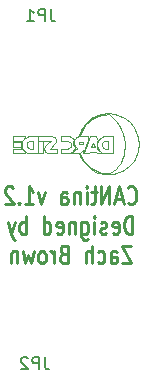
<source format=gbr>
G04 #@! TF.GenerationSoftware,KiCad,Pcbnew,(5.1.2-1)-1*
G04 #@! TF.CreationDate,2019-10-04T07:05:19-04:00*
G04 #@! TF.ProjectId,CANtina,43414e74-696e-4612-9e6b-696361645f70,rev?*
G04 #@! TF.SameCoordinates,Original*
G04 #@! TF.FileFunction,Legend,Bot*
G04 #@! TF.FilePolarity,Positive*
%FSLAX46Y46*%
G04 Gerber Fmt 4.6, Leading zero omitted, Abs format (unit mm)*
G04 Created by KiCad (PCBNEW (5.1.2-1)-1) date 2019-10-04 07:05:19*
%MOMM*%
%LPD*%
G04 APERTURE LIST*
%ADD10C,0.099999*%
%ADD11C,0.250000*%
%ADD12C,0.150000*%
G04 APERTURE END LIST*
D10*
X150074940Y-97978740D02*
X150074940Y-97978740D01*
X150075370Y-97979240D02*
X150074940Y-97978740D01*
X150099030Y-97979010D02*
X150075370Y-97979240D01*
X150169990Y-97992740D02*
X150099030Y-97979010D01*
X150254680Y-98032500D02*
X150169990Y-97992740D01*
X150324290Y-98095060D02*
X150254680Y-98032500D01*
X150364540Y-98155070D02*
X150324290Y-98095060D01*
X150373550Y-98176930D02*
X150364540Y-98155070D01*
X150382610Y-98198740D02*
X150373550Y-98176930D01*
X150396500Y-98269650D02*
X150382610Y-98198740D01*
X150391400Y-98363070D02*
X150396500Y-98269650D01*
X150359550Y-98451070D02*
X150391400Y-98363070D01*
X150319030Y-98510920D02*
X150359550Y-98451070D01*
X150302150Y-98527460D02*
X150319030Y-98510920D01*
X150297710Y-98531960D02*
X150302150Y-98527460D01*
X150248220Y-98571570D02*
X150297710Y-98531960D01*
X150242850Y-98574990D02*
X150248220Y-98571570D01*
X150233080Y-98582250D02*
X150242850Y-98574990D01*
X150178780Y-98608290D02*
X150233080Y-98582250D01*
X150119640Y-98619640D02*
X150178780Y-98608290D01*
X150107430Y-98619640D02*
X150119640Y-98619640D01*
X150104780Y-98619860D02*
X150107430Y-98619640D01*
X150083070Y-98621100D02*
X150104780Y-98619860D01*
X150074940Y-98621100D02*
X150083070Y-98621100D01*
X149525350Y-98621100D02*
X150074940Y-98621100D01*
X149525350Y-99020790D02*
X149525350Y-98621100D01*
X150075150Y-99020790D02*
X149525350Y-99020790D01*
X150082640Y-99020790D02*
X150075150Y-99020790D01*
X150105000Y-99020250D02*
X150082640Y-99020790D01*
X150107650Y-99020190D02*
X150105000Y-99020250D01*
X150136190Y-99020350D02*
X150107650Y-99020190D01*
X150221920Y-99010640D02*
X150136190Y-99020350D01*
X150331670Y-98981010D02*
X150221920Y-99010640D01*
X150434420Y-98932360D02*
X150331670Y-98981010D01*
X150505980Y-98884180D02*
X150434420Y-98932360D01*
X150527570Y-98865570D02*
X150505980Y-98884180D01*
X150532350Y-98861500D02*
X150527570Y-98865570D01*
X150578080Y-98818750D02*
X150532350Y-98861500D01*
X150582430Y-98814250D02*
X150578080Y-98818750D01*
X150599350Y-98796781D02*
X150582430Y-98814250D01*
X150673790Y-98701350D02*
X150599350Y-98796781D01*
X150734010Y-98596360D02*
X150673790Y-98701350D01*
X150743780Y-98574130D02*
X150734010Y-98596360D01*
X150744920Y-98571350D02*
X150743780Y-98574130D01*
X150755500Y-98543570D02*
X150744920Y-98571350D01*
X150756420Y-98540810D02*
X150755500Y-98543570D01*
X150748500Y-98532830D02*
X150756420Y-98540810D01*
X150677420Y-98445970D02*
X150748500Y-98532830D01*
X150671180Y-98436640D02*
X150677420Y-98445970D01*
X150650180Y-98404530D02*
X150671180Y-98436640D01*
X150604070Y-98296950D02*
X150650180Y-98404530D01*
X150575860Y-98147080D02*
X150604070Y-98296950D01*
X150587040Y-97995070D02*
X150575860Y-98147080D01*
X150620720Y-97882990D02*
X150587040Y-97995070D01*
X150637980Y-97848700D02*
X150620720Y-97882990D01*
X150633800Y-97843540D02*
X150637980Y-97848700D01*
X150589470Y-97794610D02*
X150633800Y-97843540D01*
X150584760Y-97789950D02*
X150589470Y-97794610D01*
X150559470Y-97764600D02*
X150584760Y-97789950D01*
X150474250Y-97698030D02*
X150559470Y-97764600D01*
X150352390Y-97632220D02*
X150474250Y-97698030D01*
X150219300Y-97592630D02*
X150352390Y-97632220D01*
X150111070Y-97579430D02*
X150219300Y-97592630D01*
X150074940Y-97579430D02*
X150111070Y-97579430D01*
X149525350Y-97579430D02*
X150074940Y-97579430D01*
X149525350Y-97978740D02*
X149525350Y-97579430D01*
X150074940Y-97978740D02*
X149525350Y-97978740D01*
X151118180Y-98206710D02*
X151118180Y-98206710D01*
X151118180Y-98206220D02*
X151118180Y-98206710D01*
X151113510Y-98201610D02*
X151118180Y-98206220D01*
X151096580Y-98174170D02*
X151113510Y-98201610D01*
X151089150Y-98142810D02*
X151096580Y-98174170D01*
X151089210Y-98136240D02*
X151089150Y-98142810D01*
X151089210Y-98126810D02*
X151089210Y-98136240D01*
X151096690Y-98098530D02*
X151089210Y-98126810D01*
X151113350Y-98071250D02*
X151096690Y-98098530D01*
X151117960Y-98066630D02*
X151113350Y-98071250D01*
X151122570Y-98061970D02*
X151117960Y-98066630D01*
X151149920Y-98045250D02*
X151122570Y-98061970D01*
X151178180Y-98037760D02*
X151149920Y-98045250D01*
X151187570Y-98037760D02*
X151178180Y-98037760D01*
X151431600Y-98037760D02*
X151187570Y-98037760D01*
X151431600Y-98235470D02*
X151431600Y-98037760D01*
X151187730Y-98235470D02*
X151431600Y-98235470D01*
X151181220Y-98235530D02*
X151187730Y-98235470D01*
X151150080Y-98228140D02*
X151181220Y-98235530D01*
X151122790Y-98211320D02*
X151150080Y-98228140D01*
X151118180Y-98206710D02*
X151122790Y-98211320D01*
X150778610Y-98621100D02*
X150778610Y-98621100D01*
X150769870Y-98637920D02*
X150778610Y-98621100D01*
X150719740Y-98718430D02*
X150769870Y-98637920D01*
X150661580Y-98793310D02*
X150719740Y-98718430D01*
X150648780Y-98807361D02*
X150661580Y-98793310D01*
X150632870Y-98825100D02*
X150648780Y-98807361D01*
X150580040Y-98873880D02*
X150632870Y-98825100D01*
X150496650Y-98938210D02*
X150580040Y-98873880D01*
X150409730Y-98990630D02*
X150496650Y-98938210D01*
X150350980Y-99016450D02*
X150409730Y-98990630D01*
X150330470Y-99021110D02*
X150350980Y-99016450D01*
X151193690Y-99021110D02*
X150330470Y-99021110D01*
X151431600Y-98763850D02*
X151193690Y-99021110D01*
X151431600Y-98976740D02*
X151431600Y-98763850D01*
X151832320Y-97929530D02*
X151431600Y-98976740D01*
X151832320Y-97580080D02*
X151832320Y-97929530D01*
X151151920Y-97580080D02*
X151832320Y-97580080D01*
X151125120Y-97580310D02*
X151151920Y-97580080D01*
X151044720Y-97591860D02*
X151125120Y-97580310D01*
X150944940Y-97623710D02*
X151044720Y-97591860D01*
X150854720Y-97673400D02*
X150944940Y-97623710D01*
X150776170Y-97738890D02*
X150854720Y-97673400D01*
X150711390Y-97818040D02*
X150776170Y-97738890D01*
X150662500Y-97908690D02*
X150711390Y-97818040D01*
X150631580Y-98008750D02*
X150662500Y-97908690D01*
X150620720Y-98089250D02*
X150631580Y-98008750D01*
X150620670Y-98116110D02*
X150620720Y-98089250D01*
X150620570Y-98142380D02*
X150620670Y-98116110D01*
X150642970Y-98270510D02*
X150620570Y-98142380D01*
X150694680Y-98389820D02*
X150642970Y-98270510D01*
X150709210Y-98411740D02*
X150694680Y-98389820D01*
X150723800Y-98433540D02*
X150709210Y-98411740D01*
X150811100Y-98530280D02*
X150723800Y-98433540D01*
X150915370Y-98608510D02*
X150811100Y-98530280D01*
X150938370Y-98621100D02*
X150915370Y-98608510D01*
X150778610Y-98621100D02*
X150938370Y-98621100D01*
X153108680Y-98527350D02*
X153108680Y-98527350D01*
X153086600Y-98505280D02*
X153108680Y-98527350D01*
X153037980Y-98421180D02*
X153086600Y-98505280D01*
X153014010Y-98300310D02*
X153037980Y-98421180D01*
X153036900Y-98179260D02*
X153014010Y-98300310D01*
X153084800Y-98094740D02*
X153036900Y-98179260D01*
X153106740Y-98072490D02*
X153084800Y-98094740D01*
X153121650Y-98057030D02*
X153106740Y-98072490D01*
X153211110Y-98001690D02*
X153121650Y-98057030D01*
X153313600Y-97978200D02*
X153211110Y-98001690D01*
X153335030Y-97978740D02*
X153313600Y-97978200D01*
X153564190Y-97978740D02*
X153335030Y-97978740D01*
X153564190Y-98621100D02*
X153564190Y-97978740D01*
X153335030Y-98621100D02*
X153564190Y-98621100D01*
X153313760Y-98621490D02*
X153335030Y-98621100D01*
X153212140Y-98597780D02*
X153313760Y-98621490D01*
X153123500Y-98542650D02*
X153212140Y-98597780D01*
X153108680Y-98527350D02*
X153123500Y-98542650D01*
X152615570Y-98299540D02*
X152615570Y-98299540D01*
X152615570Y-98335680D02*
X152615570Y-98299540D01*
X152628970Y-98444070D02*
X152615570Y-98335680D01*
X152668850Y-98577380D02*
X152628970Y-98444070D01*
X152734980Y-98699440D02*
X152668850Y-98577380D01*
X152801720Y-98784890D02*
X152734980Y-98699440D01*
X152827050Y-98810280D02*
X152801720Y-98784890D01*
X152852390Y-98835630D02*
X152827050Y-98810280D01*
X152937620Y-98902350D02*
X152852390Y-98835630D01*
X153059320Y-98968260D02*
X152937620Y-98902350D01*
X153191960Y-99007880D02*
X153059320Y-98968260D01*
X153299600Y-99021110D02*
X153191960Y-99007880D01*
X153335460Y-99021110D02*
X153299600Y-99021110D01*
X153965460Y-99021110D02*
X153335460Y-99021110D01*
X153965460Y-97579430D02*
X153965460Y-99021110D01*
X153335460Y-97579430D02*
X153965460Y-97579430D01*
X153299650Y-97579430D02*
X153335460Y-97579430D01*
X153192120Y-97592670D02*
X153299650Y-97579430D01*
X153059640Y-97632330D02*
X153192120Y-97592670D01*
X152938000Y-97698140D02*
X153059640Y-97632330D01*
X152852500Y-97764760D02*
X152938000Y-97698140D01*
X152827050Y-97790040D02*
X152852500Y-97764760D01*
X152801610Y-97815280D02*
X152827050Y-97790040D01*
X152734610Y-97900610D02*
X152801610Y-97815280D01*
X152668530Y-98022470D02*
X152734610Y-97900610D01*
X152628800Y-98155500D02*
X152668530Y-98022470D01*
X152615570Y-98263510D02*
X152628800Y-98155500D01*
X152615570Y-98299540D02*
X152615570Y-98263510D01*
X152393190Y-98502350D02*
X152393190Y-98502350D01*
X152120670Y-98502070D02*
X152393190Y-98502350D01*
X152256740Y-98141930D02*
X152120670Y-98502070D01*
X152393190Y-98502350D02*
X152256740Y-98141930D01*
X152498390Y-97579430D02*
X152498390Y-97579430D01*
X152014930Y-97579430D02*
X152498390Y-97579430D01*
X151464640Y-99021450D02*
X152014930Y-97579430D01*
X151925250Y-99021450D02*
X151464640Y-99021450D01*
X151979831Y-98878490D02*
X151925250Y-99021450D01*
X152535760Y-98878490D02*
X151979831Y-98878490D01*
X152588990Y-99021330D02*
X152535760Y-98878490D01*
X153068800Y-99021330D02*
X152588990Y-99021330D01*
X153042980Y-99011630D02*
X153068800Y-99021330D01*
X152921890Y-98947110D02*
X153042980Y-99011630D01*
X152813820Y-98862580D02*
X152921890Y-98947110D01*
X152794440Y-98842890D02*
X152813820Y-98862580D01*
X152767370Y-98815820D02*
X152794440Y-98842890D01*
X152696140Y-98724610D02*
X152767370Y-98815820D01*
X152625780Y-98594400D02*
X152696140Y-98724610D01*
X152583510Y-98452600D02*
X152625780Y-98594400D01*
X152569400Y-98337680D02*
X152583510Y-98452600D01*
X152569400Y-98299430D02*
X152569400Y-98337680D01*
X152569080Y-98269750D02*
X152569400Y-98299430D01*
X152588330Y-98123600D02*
X152569080Y-98269750D01*
X152634670Y-97983630D02*
X152588330Y-98123600D01*
X152647860Y-97957040D02*
X152634670Y-97983630D01*
X152498390Y-97579430D02*
X152647860Y-97957040D01*
X147626800Y-97978740D02*
X147626800Y-97978740D01*
X148660170Y-97978740D02*
X147626800Y-97978740D01*
X148659420Y-97979670D02*
X148660170Y-97978740D01*
X148651870Y-97987580D02*
X148659420Y-97979670D01*
X148629190Y-98011290D02*
X148651870Y-97987580D01*
X148592190Y-98049920D02*
X148629190Y-98011290D01*
X148540970Y-98103420D02*
X148592190Y-98049920D01*
X148475490Y-98171780D02*
X148540970Y-98103420D01*
X148395740Y-98255000D02*
X148475490Y-98171780D01*
X148301820Y-98353140D02*
X148395740Y-98255000D01*
X148220720Y-98437830D02*
X148301820Y-98353140D01*
X148193690Y-98466100D02*
X148220720Y-98437830D01*
X148183670Y-98480380D02*
X148193690Y-98466100D01*
X148147530Y-98558880D02*
X148183670Y-98480380D01*
X148131300Y-98643780D02*
X148147530Y-98558880D01*
X148131190Y-98661310D02*
X148131300Y-98643780D01*
X148131040Y-98684790D02*
X148131190Y-98661310D01*
X148156690Y-98797380D02*
X148131040Y-98684790D01*
X148215350Y-98896820D02*
X148156690Y-98797380D01*
X148231620Y-98913810D02*
X148215350Y-98896820D01*
X148248600Y-98931650D02*
X148231620Y-98913810D01*
X148342890Y-98994260D02*
X148248600Y-98931650D01*
X148440710Y-99021110D02*
X148342890Y-98994260D01*
X148473260Y-99021110D02*
X148440710Y-99021110D01*
X149212850Y-99021110D02*
X148473260Y-99021110D01*
X149212850Y-98621100D02*
X149212850Y-99021110D01*
X148587850Y-98621100D02*
X149212850Y-98621100D01*
X149052150Y-98135040D02*
X148587850Y-98621100D01*
X149062890Y-98122080D02*
X149052150Y-98135040D01*
X149100170Y-98046950D02*
X149062890Y-98122080D01*
X149115900Y-97965890D02*
X149100170Y-98046950D01*
X149115900Y-97938920D02*
X149115900Y-97965890D01*
X149116280Y-97915430D02*
X149115900Y-97938920D01*
X149091150Y-97802960D02*
X149116280Y-97915430D01*
X149032780Y-97703630D02*
X149091150Y-97802960D01*
X149016500Y-97686750D02*
X149032780Y-97703630D01*
X148999790Y-97668960D02*
X149016500Y-97686750D01*
X148905720Y-97606400D02*
X148999790Y-97668960D01*
X148807580Y-97579430D02*
X148905720Y-97606400D01*
X148774860Y-97579430D02*
X148807580Y-97579430D01*
X147626800Y-97579430D02*
X148774860Y-97579430D01*
X147626800Y-97978740D02*
X147626800Y-97579430D01*
X146528280Y-97579430D02*
X146528280Y-97579430D01*
X145483660Y-97579430D02*
X146528280Y-97579430D01*
X145483660Y-97978740D02*
X145483660Y-97579430D01*
X146127230Y-97978740D02*
X145483660Y-97978740D01*
X146127230Y-98101310D02*
X146127230Y-97978740D01*
X145483660Y-98101310D02*
X146127230Y-98101310D01*
X145483660Y-98502350D02*
X145483660Y-98101310D01*
X146127230Y-98502350D02*
X145483660Y-98502350D01*
X146127230Y-98621100D02*
X146127230Y-98502350D01*
X145483660Y-98621100D02*
X146127230Y-98621100D01*
X145483660Y-99021000D02*
X145483660Y-98621100D01*
X146528280Y-99021000D02*
X145483660Y-99021000D01*
X146528280Y-98941630D02*
X146528280Y-99021000D01*
X146517600Y-98934360D02*
X146528280Y-98941630D01*
X146418250Y-98852000D02*
X146517600Y-98934360D01*
X146409080Y-98842890D02*
X146418250Y-98852000D01*
X146382010Y-98815820D02*
X146409080Y-98842890D01*
X146310780Y-98724570D02*
X146382010Y-98815820D01*
X146240460Y-98594250D02*
X146310780Y-98724570D01*
X146198210Y-98452380D02*
X146240460Y-98594250D01*
X146184100Y-98337630D02*
X146198210Y-98452380D01*
X146184100Y-98299430D02*
X146184100Y-98337630D01*
X146184100Y-98261180D02*
X146184100Y-98299430D01*
X146198250Y-98146540D02*
X146184100Y-98261180D01*
X146240570Y-98005000D02*
X146198250Y-98146540D01*
X146310940Y-97875110D02*
X146240570Y-98005000D01*
X146382180Y-97784200D02*
X146310940Y-97875110D01*
X146409190Y-97757280D02*
X146382180Y-97784200D01*
X146418300Y-97748110D02*
X146409190Y-97757280D01*
X146517600Y-97666030D02*
X146418300Y-97748110D01*
X146528280Y-97658810D02*
X146517600Y-97666030D01*
X146528280Y-97579430D02*
X146528280Y-97658810D01*
X147179650Y-98621100D02*
X147179650Y-98621100D01*
X146949720Y-98621100D02*
X147179650Y-98621100D01*
X146928460Y-98621490D02*
X146949720Y-98621100D01*
X146826720Y-98597830D02*
X146928460Y-98621490D01*
X146738080Y-98542650D02*
X146826720Y-98597830D01*
X146723260Y-98527350D02*
X146738080Y-98542650D01*
X146701180Y-98505220D02*
X146723260Y-98527350D01*
X146652730Y-98421010D02*
X146701180Y-98505220D01*
X146628970Y-98300140D02*
X146652730Y-98421010D01*
X146652080Y-98179100D02*
X146628970Y-98300140D01*
X146700100Y-98094680D02*
X146652080Y-98179100D01*
X146722010Y-98072490D02*
X146700100Y-98094680D01*
X146736990Y-98057030D02*
X146722010Y-98072490D01*
X146826510Y-98001690D02*
X146736990Y-98057030D01*
X146929050Y-97978250D02*
X146826510Y-98001690D01*
X146950490Y-97978740D02*
X146929050Y-97978250D01*
X147179650Y-97978740D02*
X146950490Y-97978740D01*
X147179650Y-98621100D02*
X147179650Y-97978740D01*
X147580150Y-97579430D02*
X147580150Y-97579430D01*
X146950260Y-97579430D02*
X147580150Y-97579430D01*
X146914460Y-97579430D02*
X146950260Y-97579430D01*
X146806870Y-97592720D02*
X146914460Y-97579430D01*
X146674440Y-97632500D02*
X146806870Y-97592720D01*
X146552800Y-97698420D02*
X146674440Y-97632500D01*
X146467300Y-97765100D02*
X146552800Y-97698420D01*
X146441800Y-97790380D02*
X146467300Y-97765100D01*
X146416360Y-97815600D02*
X146441800Y-97790380D01*
X146349350Y-97900830D02*
X146416360Y-97815600D01*
X146283280Y-98022580D02*
X146349350Y-97900830D01*
X146243610Y-98155560D02*
X146283280Y-98022580D01*
X146230370Y-98263790D02*
X146243610Y-98155560D01*
X146230370Y-98299860D02*
X146230370Y-98263790D01*
X146230370Y-98335950D02*
X146230370Y-98299860D01*
X146243780Y-98444180D02*
X146230370Y-98335950D01*
X146283710Y-98577430D02*
X146243780Y-98444180D01*
X146349830Y-98699440D02*
X146283710Y-98577430D01*
X146416510Y-98784890D02*
X146349830Y-98699440D01*
X146441800Y-98810280D02*
X146416510Y-98784890D01*
X146467080Y-98835630D02*
X146441800Y-98810280D01*
X146552320Y-98902350D02*
X146467080Y-98835630D01*
X146674000Y-98968260D02*
X146552320Y-98902350D01*
X146806710Y-99007880D02*
X146674000Y-98968260D01*
X146914400Y-99021110D02*
X146806710Y-99007880D01*
X146950260Y-99021110D02*
X146914400Y-99021110D01*
X147580150Y-99021110D02*
X146950260Y-99021110D01*
X147580150Y-97579430D02*
X147580150Y-99021110D01*
X148027360Y-99021450D02*
X148027360Y-99021450D01*
X148027360Y-98024960D02*
X148027360Y-99021450D01*
X147626800Y-98024960D02*
X148027360Y-98024960D01*
X147626800Y-99021450D02*
X147626800Y-98024960D01*
X148027360Y-99021450D02*
X147626800Y-99021450D01*
X153591800Y-95731510D02*
X153591800Y-95731510D01*
X153586710Y-95731290D02*
X153591800Y-95731510D01*
X153545750Y-95730690D02*
X153586710Y-95731290D01*
X153530350Y-95730690D02*
X153545750Y-95730690D01*
X153479010Y-95730750D02*
X153530350Y-95730690D01*
X153324980Y-95739380D02*
X153479010Y-95730750D01*
X153123500Y-95764540D02*
X153324980Y-95739380D01*
X152926670Y-95805570D02*
X153123500Y-95764540D01*
X152735250Y-95861930D02*
X152926670Y-95805570D01*
X152550040Y-95933000D02*
X152735250Y-95861930D01*
X152371860Y-96018180D02*
X152550040Y-95933000D01*
X152201400Y-96116970D02*
X152371860Y-96018180D01*
X152039460Y-96228740D02*
X152201400Y-96116970D01*
X151886850Y-96352880D02*
X152039460Y-96228740D01*
X151744320Y-96488890D02*
X151886850Y-96352880D01*
X151612580Y-96636071D02*
X151744320Y-96488890D01*
X151492530Y-96794010D02*
X151612580Y-96636071D01*
X151384830Y-96961970D02*
X151492530Y-96794010D01*
X151290320Y-97139440D02*
X151384830Y-96961970D01*
X151209760Y-97325810D02*
X151290320Y-97139440D01*
X151158320Y-97471250D02*
X151209760Y-97325810D01*
X151143890Y-97520570D02*
X151158320Y-97471250D01*
X151136030Y-97520630D02*
X151143890Y-97520570D01*
X151057250Y-97527680D02*
X151136030Y-97520630D01*
X151049440Y-97529030D02*
X151057250Y-97527680D01*
X151065390Y-97471960D02*
X151049440Y-97529030D01*
X151123600Y-97303720D02*
X151065390Y-97471960D01*
X151216430Y-97089360D02*
X151123600Y-97303720D01*
X151326830Y-96886720D02*
X151216430Y-97089360D01*
X151453680Y-96696460D02*
X151326830Y-96886720D01*
X151595870Y-96519490D02*
X151453680Y-96696460D01*
X151752240Y-96356400D02*
X151595870Y-96519490D01*
X151921720Y-96208010D02*
X151752240Y-96356400D01*
X152103100Y-96075040D02*
X151921720Y-96208010D01*
X152295370Y-95958350D02*
X152103100Y-96075040D01*
X152497300Y-95858510D02*
X152295370Y-95958350D01*
X152707800Y-95776430D02*
X152497300Y-95858510D01*
X152925730Y-95712850D02*
X152707800Y-95776430D01*
X153150030Y-95668420D02*
X152925730Y-95712850D01*
X153379510Y-95643940D02*
X153150030Y-95668420D01*
X153613080Y-95640140D02*
X153379510Y-95643940D01*
X153790800Y-95650780D02*
X153613080Y-95640140D01*
X153849570Y-95657890D02*
X153790800Y-95650780D01*
X153908370Y-95664940D02*
X153849570Y-95657890D01*
X154083510Y-95696950D02*
X153908370Y-95664940D01*
X154309470Y-95756140D02*
X154083510Y-95696950D01*
X154526600Y-95834540D02*
X154309470Y-95756140D01*
X154733840Y-95931060D02*
X154526600Y-95834540D01*
X154930410Y-96044710D02*
X154733840Y-95931060D01*
X155115356Y-96174490D02*
X154930410Y-96044710D01*
X155287718Y-96319460D02*
X155115356Y-96174490D01*
X155446627Y-96478580D02*
X155287718Y-96319460D01*
X155591213Y-96650890D02*
X155446627Y-96478580D01*
X155720499Y-96835290D02*
X155591213Y-96650890D01*
X155833563Y-97030930D02*
X155720499Y-96835290D01*
X155929592Y-97236670D02*
X155833563Y-97030930D01*
X156007500Y-97451610D02*
X155929592Y-97236670D01*
X156066528Y-97674710D02*
X156007500Y-97451610D01*
X156105699Y-97905010D02*
X156066528Y-97674710D01*
X156122191Y-98082250D02*
X156105699Y-97905010D01*
X156124090Y-98141500D02*
X156122191Y-98082250D01*
X156126043Y-98200690D02*
X156124090Y-98141500D01*
X156120998Y-98378640D02*
X156126043Y-98200690D01*
X156096801Y-98610960D02*
X156120998Y-98378640D01*
X156052259Y-98837420D02*
X156096801Y-98610960D01*
X155988348Y-99056920D02*
X156052259Y-98837420D01*
X155905884Y-99268460D02*
X155988348Y-99056920D01*
X155805623Y-99470980D02*
X155905884Y-99268460D01*
X155688543Y-99663370D02*
X155805623Y-99470980D01*
X155555352Y-99844627D02*
X155688543Y-99663370D01*
X155407022Y-100013627D02*
X155555352Y-99844627D01*
X155244370Y-100169442D02*
X155407022Y-100013627D01*
X155068210Y-100310881D02*
X155244370Y-100169442D01*
X154879410Y-100437021D02*
X155068210Y-100310881D01*
X154678780Y-100546721D02*
X154879410Y-100437021D01*
X154467250Y-100638898D02*
X154678780Y-100546721D01*
X154245570Y-100712575D02*
X154467250Y-100638898D01*
X154072870Y-100755815D02*
X154245570Y-100712575D01*
X154014610Y-100766720D02*
X154072870Y-100755815D01*
X153956390Y-100777570D02*
X154014610Y-100766720D01*
X153779750Y-100799597D02*
X153956390Y-100777570D01*
X153546400Y-100810935D02*
X153779750Y-100799597D01*
X153315820Y-100801334D02*
X153546400Y-100810935D01*
X153089150Y-100771494D02*
X153315820Y-100801334D01*
X152867530Y-100722069D02*
X153089150Y-100771494D01*
X152652140Y-100653709D02*
X152867530Y-100722069D01*
X152444240Y-100567176D02*
X152652140Y-100653709D01*
X152244860Y-100463063D02*
X152444240Y-100567176D01*
X152055250Y-100342131D02*
X152244860Y-100463063D01*
X151876580Y-100204978D02*
X152055250Y-100342131D01*
X151709970Y-100052364D02*
X151876580Y-100204978D01*
X151556650Y-99884884D02*
X151709970Y-100052364D01*
X151417820Y-99703240D02*
X151556650Y-99884884D01*
X151294550Y-99508090D02*
X151417820Y-99703240D01*
X151188050Y-99300190D02*
X151294550Y-99508090D01*
X151119100Y-99136070D02*
X151188050Y-99300190D01*
X151099510Y-99080200D02*
X151119100Y-99136070D01*
X151193260Y-99080200D02*
X151099510Y-99080200D01*
X151209920Y-99125880D02*
X151193260Y-99080200D01*
X151267000Y-99260490D02*
X151209920Y-99125880D01*
X151353530Y-99432630D02*
X151267000Y-99260490D01*
X151452220Y-99596150D02*
X151353530Y-99432630D01*
X151562350Y-99750550D02*
X151452220Y-99596150D01*
X151683220Y-99895355D02*
X151562350Y-99750550D01*
X151814250Y-100030066D02*
X151683220Y-99895355D01*
X151954650Y-100154252D02*
X151814250Y-100030066D01*
X152103860Y-100267424D02*
X151954650Y-100154252D01*
X152261080Y-100369095D02*
X152103860Y-100267424D01*
X152425680Y-100458777D02*
X152261080Y-100369095D01*
X152597010Y-100535980D02*
X152425680Y-100458777D01*
X152774320Y-100600270D02*
X152597010Y-100535980D01*
X152957040Y-100651213D02*
X152774320Y-100600270D01*
X153144390Y-100688215D02*
X152957040Y-100651213D01*
X153335730Y-100710839D02*
X153144390Y-100688215D01*
X154879140Y-97738610D02*
X154935720Y-98112040D01*
X154778980Y-97367530D02*
X154879140Y-97738610D01*
X153678940Y-95796070D02*
X153924000Y-96012000D01*
X153591800Y-95731510D02*
X153678940Y-95796070D01*
X154195050Y-100352874D02*
X153938430Y-100556760D01*
X154415920Y-100109438D02*
X154195050Y-100352874D01*
X154600050Y-99831714D02*
X154415920Y-100109438D01*
X154746490Y-99524970D02*
X154600050Y-99831714D01*
X154854230Y-99194350D02*
X154746490Y-99524970D01*
X154922320Y-98845170D02*
X154854230Y-99194350D01*
X154949830Y-98482650D02*
X154922320Y-98845170D01*
X154935720Y-98112040D02*
X154949830Y-98482650D01*
X154634400Y-97004080D02*
X154778980Y-97367530D01*
X154444350Y-96653540D02*
X154634400Y-97004080D01*
X153646930Y-100715884D02*
X153637280Y-100716318D01*
X153722720Y-100682735D02*
X153646930Y-100715884D01*
X153938430Y-100556760D02*
X153722720Y-100682735D01*
X153481740Y-100718651D02*
X153335730Y-100710839D01*
X153530350Y-100718705D02*
X153481740Y-100718651D01*
X153557080Y-100718705D02*
X153530350Y-100718705D01*
X153637280Y-100716318D02*
X153557080Y-100718705D01*
X154207860Y-96321080D02*
X154444350Y-96653540D01*
X153924000Y-96012000D02*
X154207860Y-96321080D01*
D11*
X155196571Y-103191714D02*
X155253714Y-103263142D01*
X155425142Y-103334571D01*
X155539428Y-103334571D01*
X155710857Y-103263142D01*
X155825142Y-103120285D01*
X155882285Y-102977428D01*
X155939428Y-102691714D01*
X155939428Y-102477428D01*
X155882285Y-102191714D01*
X155825142Y-102048857D01*
X155710857Y-101906000D01*
X155539428Y-101834571D01*
X155425142Y-101834571D01*
X155253714Y-101906000D01*
X155196571Y-101977428D01*
X154739428Y-102906000D02*
X154168000Y-102906000D01*
X154853714Y-103334571D02*
X154453714Y-101834571D01*
X154053714Y-103334571D01*
X153653714Y-103334571D02*
X153653714Y-101834571D01*
X152968000Y-103334571D01*
X152968000Y-101834571D01*
X152568000Y-102334571D02*
X152110857Y-102334571D01*
X152396571Y-101834571D02*
X152396571Y-103120285D01*
X152339428Y-103263142D01*
X152225142Y-103334571D01*
X152110857Y-103334571D01*
X151710857Y-103334571D02*
X151710857Y-102334571D01*
X151710857Y-101834571D02*
X151768000Y-101906000D01*
X151710857Y-101977428D01*
X151653714Y-101906000D01*
X151710857Y-101834571D01*
X151710857Y-101977428D01*
X151139428Y-102334571D02*
X151139428Y-103334571D01*
X151139428Y-102477428D02*
X151082285Y-102406000D01*
X150968000Y-102334571D01*
X150796571Y-102334571D01*
X150682285Y-102406000D01*
X150625142Y-102548857D01*
X150625142Y-103334571D01*
X149539428Y-103334571D02*
X149539428Y-102548857D01*
X149596571Y-102406000D01*
X149710857Y-102334571D01*
X149939428Y-102334571D01*
X150053714Y-102406000D01*
X149539428Y-103263142D02*
X149653714Y-103334571D01*
X149939428Y-103334571D01*
X150053714Y-103263142D01*
X150110857Y-103120285D01*
X150110857Y-102977428D01*
X150053714Y-102834571D01*
X149939428Y-102763142D01*
X149653714Y-102763142D01*
X149539428Y-102691714D01*
X148168000Y-102334571D02*
X147882285Y-103334571D01*
X147596571Y-102334571D01*
X146510857Y-103334571D02*
X147196571Y-103334571D01*
X146853714Y-103334571D02*
X146853714Y-101834571D01*
X146968000Y-102048857D01*
X147082285Y-102191714D01*
X147196571Y-102263142D01*
X145996571Y-103191714D02*
X145939428Y-103263142D01*
X145996571Y-103334571D01*
X146053714Y-103263142D01*
X145996571Y-103191714D01*
X145996571Y-103334571D01*
X145482285Y-101977428D02*
X145425142Y-101906000D01*
X145310857Y-101834571D01*
X145025142Y-101834571D01*
X144910857Y-101906000D01*
X144853714Y-101977428D01*
X144796571Y-102120285D01*
X144796571Y-102263142D01*
X144853714Y-102477428D01*
X145539428Y-103334571D01*
X144796571Y-103334571D01*
X155568000Y-105834571D02*
X155568000Y-104334571D01*
X155282285Y-104334571D01*
X155110857Y-104406000D01*
X154996571Y-104548857D01*
X154939428Y-104691714D01*
X154882285Y-104977428D01*
X154882285Y-105191714D01*
X154939428Y-105477428D01*
X154996571Y-105620285D01*
X155110857Y-105763142D01*
X155282285Y-105834571D01*
X155568000Y-105834571D01*
X153910857Y-105763142D02*
X154025142Y-105834571D01*
X154253714Y-105834571D01*
X154368000Y-105763142D01*
X154425142Y-105620285D01*
X154425142Y-105048857D01*
X154368000Y-104906000D01*
X154253714Y-104834571D01*
X154025142Y-104834571D01*
X153910857Y-104906000D01*
X153853714Y-105048857D01*
X153853714Y-105191714D01*
X154425142Y-105334571D01*
X153396571Y-105763142D02*
X153282285Y-105834571D01*
X153053714Y-105834571D01*
X152939428Y-105763142D01*
X152882285Y-105620285D01*
X152882285Y-105548857D01*
X152939428Y-105406000D01*
X153053714Y-105334571D01*
X153225142Y-105334571D01*
X153339428Y-105263142D01*
X153396571Y-105120285D01*
X153396571Y-105048857D01*
X153339428Y-104906000D01*
X153225142Y-104834571D01*
X153053714Y-104834571D01*
X152939428Y-104906000D01*
X152368000Y-105834571D02*
X152368000Y-104834571D01*
X152368000Y-104334571D02*
X152425142Y-104406000D01*
X152368000Y-104477428D01*
X152310857Y-104406000D01*
X152368000Y-104334571D01*
X152368000Y-104477428D01*
X151282285Y-104834571D02*
X151282285Y-106048857D01*
X151339428Y-106191714D01*
X151396571Y-106263142D01*
X151510857Y-106334571D01*
X151682285Y-106334571D01*
X151796571Y-106263142D01*
X151282285Y-105763142D02*
X151396571Y-105834571D01*
X151625142Y-105834571D01*
X151739428Y-105763142D01*
X151796571Y-105691714D01*
X151853714Y-105548857D01*
X151853714Y-105120285D01*
X151796571Y-104977428D01*
X151739428Y-104906000D01*
X151625142Y-104834571D01*
X151396571Y-104834571D01*
X151282285Y-104906000D01*
X150710857Y-104834571D02*
X150710857Y-105834571D01*
X150710857Y-104977428D02*
X150653714Y-104906000D01*
X150539428Y-104834571D01*
X150368000Y-104834571D01*
X150253714Y-104906000D01*
X150196571Y-105048857D01*
X150196571Y-105834571D01*
X149168000Y-105763142D02*
X149282285Y-105834571D01*
X149510857Y-105834571D01*
X149625142Y-105763142D01*
X149682285Y-105620285D01*
X149682285Y-105048857D01*
X149625142Y-104906000D01*
X149510857Y-104834571D01*
X149282285Y-104834571D01*
X149168000Y-104906000D01*
X149110857Y-105048857D01*
X149110857Y-105191714D01*
X149682285Y-105334571D01*
X148082285Y-105834571D02*
X148082285Y-104334571D01*
X148082285Y-105763142D02*
X148196571Y-105834571D01*
X148425142Y-105834571D01*
X148539428Y-105763142D01*
X148596571Y-105691714D01*
X148653714Y-105548857D01*
X148653714Y-105120285D01*
X148596571Y-104977428D01*
X148539428Y-104906000D01*
X148425142Y-104834571D01*
X148196571Y-104834571D01*
X148082285Y-104906000D01*
X146596571Y-105834571D02*
X146596571Y-104334571D01*
X146596571Y-104906000D02*
X146482285Y-104834571D01*
X146253714Y-104834571D01*
X146139428Y-104906000D01*
X146082285Y-104977428D01*
X146025142Y-105120285D01*
X146025142Y-105548857D01*
X146082285Y-105691714D01*
X146139428Y-105763142D01*
X146253714Y-105834571D01*
X146482285Y-105834571D01*
X146596571Y-105763142D01*
X145625142Y-104834571D02*
X145339428Y-105834571D01*
X145053714Y-104834571D02*
X145339428Y-105834571D01*
X145453714Y-106191714D01*
X145510857Y-106263142D01*
X145625142Y-106334571D01*
X155510857Y-106834571D02*
X154710857Y-106834571D01*
X155510857Y-108334571D01*
X154710857Y-108334571D01*
X153739428Y-108334571D02*
X153739428Y-107548857D01*
X153796571Y-107406000D01*
X153910857Y-107334571D01*
X154139428Y-107334571D01*
X154253714Y-107406000D01*
X153739428Y-108263142D02*
X153853714Y-108334571D01*
X154139428Y-108334571D01*
X154253714Y-108263142D01*
X154310857Y-108120285D01*
X154310857Y-107977428D01*
X154253714Y-107834571D01*
X154139428Y-107763142D01*
X153853714Y-107763142D01*
X153739428Y-107691714D01*
X152653714Y-108263142D02*
X152768000Y-108334571D01*
X152996571Y-108334571D01*
X153110857Y-108263142D01*
X153168000Y-108191714D01*
X153225142Y-108048857D01*
X153225142Y-107620285D01*
X153168000Y-107477428D01*
X153110857Y-107406000D01*
X152996571Y-107334571D01*
X152768000Y-107334571D01*
X152653714Y-107406000D01*
X152139428Y-108334571D02*
X152139428Y-106834571D01*
X151625142Y-108334571D02*
X151625142Y-107548857D01*
X151682285Y-107406000D01*
X151796571Y-107334571D01*
X151968000Y-107334571D01*
X152082285Y-107406000D01*
X152139428Y-107477428D01*
X149739428Y-107548857D02*
X149568000Y-107620285D01*
X149510857Y-107691714D01*
X149453714Y-107834571D01*
X149453714Y-108048857D01*
X149510857Y-108191714D01*
X149568000Y-108263142D01*
X149682285Y-108334571D01*
X150139428Y-108334571D01*
X150139428Y-106834571D01*
X149739428Y-106834571D01*
X149625142Y-106906000D01*
X149568000Y-106977428D01*
X149510857Y-107120285D01*
X149510857Y-107263142D01*
X149568000Y-107406000D01*
X149625142Y-107477428D01*
X149739428Y-107548857D01*
X150139428Y-107548857D01*
X148939428Y-108334571D02*
X148939428Y-107334571D01*
X148939428Y-107620285D02*
X148882285Y-107477428D01*
X148825142Y-107406000D01*
X148710857Y-107334571D01*
X148596571Y-107334571D01*
X148025142Y-108334571D02*
X148139428Y-108263142D01*
X148196571Y-108191714D01*
X148253714Y-108048857D01*
X148253714Y-107620285D01*
X148196571Y-107477428D01*
X148139428Y-107406000D01*
X148025142Y-107334571D01*
X147853714Y-107334571D01*
X147739428Y-107406000D01*
X147682285Y-107477428D01*
X147625142Y-107620285D01*
X147625142Y-108048857D01*
X147682285Y-108191714D01*
X147739428Y-108263142D01*
X147853714Y-108334571D01*
X148025142Y-108334571D01*
X147225142Y-107334571D02*
X146996571Y-108334571D01*
X146768000Y-107620285D01*
X146539428Y-108334571D01*
X146310857Y-107334571D01*
X145853714Y-107334571D02*
X145853714Y-108334571D01*
X145853714Y-107477428D02*
X145796571Y-107406000D01*
X145682285Y-107334571D01*
X145510857Y-107334571D01*
X145396571Y-107406000D01*
X145339428Y-107548857D01*
X145339428Y-108334571D01*
D12*
X148153333Y-116292380D02*
X148153333Y-117006666D01*
X148200952Y-117149523D01*
X148296190Y-117244761D01*
X148439047Y-117292380D01*
X148534285Y-117292380D01*
X147677142Y-117292380D02*
X147677142Y-116292380D01*
X147296190Y-116292380D01*
X147200952Y-116340000D01*
X147153333Y-116387619D01*
X147105714Y-116482857D01*
X147105714Y-116625714D01*
X147153333Y-116720952D01*
X147200952Y-116768571D01*
X147296190Y-116816190D01*
X147677142Y-116816190D01*
X146724761Y-116387619D02*
X146677142Y-116340000D01*
X146581904Y-116292380D01*
X146343809Y-116292380D01*
X146248571Y-116340000D01*
X146200952Y-116387619D01*
X146153333Y-116482857D01*
X146153333Y-116578095D01*
X146200952Y-116720952D01*
X146772380Y-117292380D01*
X146153333Y-117292380D01*
X148661333Y-86828380D02*
X148661333Y-87542666D01*
X148708952Y-87685523D01*
X148804190Y-87780761D01*
X148947047Y-87828380D01*
X149042285Y-87828380D01*
X148185142Y-87828380D02*
X148185142Y-86828380D01*
X147804190Y-86828380D01*
X147708952Y-86876000D01*
X147661333Y-86923619D01*
X147613714Y-87018857D01*
X147613714Y-87161714D01*
X147661333Y-87256952D01*
X147708952Y-87304571D01*
X147804190Y-87352190D01*
X148185142Y-87352190D01*
X146661333Y-87828380D02*
X147232761Y-87828380D01*
X146947047Y-87828380D02*
X146947047Y-86828380D01*
X147042285Y-86971238D01*
X147137523Y-87066476D01*
X147232761Y-87114095D01*
M02*

</source>
